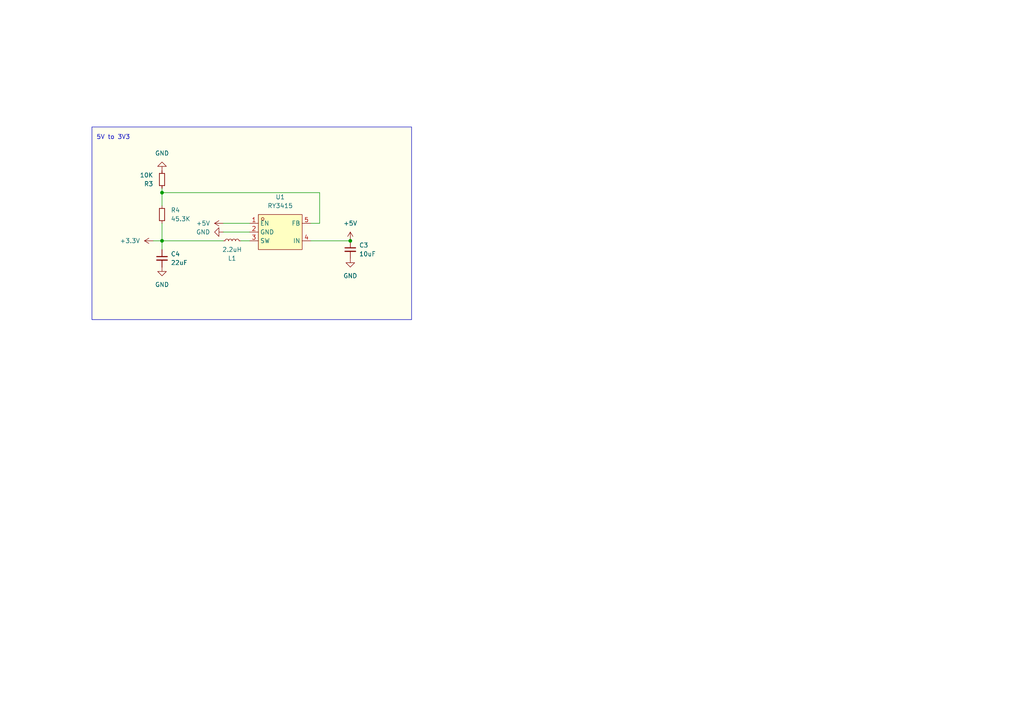
<source format=kicad_sch>
(kicad_sch (version 20230121) (generator eeschema)
  (paper "A4")
  (lib_symbols
    (symbol "Device:C_Small" (pin_numbers hide) (pin_names (offset 0.254) hide)
      (property "Reference" "C" (at 0.254 1.778 0))
      (property "Value" "C_Small" (at 0.254 -2.032 0))
      (symbol "C_Small_0_1"
        (polyline (pts (xy -1.524 -0.508) (xy 1.524 -0.508)) (stroke (width 0.3302)))
        (polyline (pts (xy -1.524 0.508) (xy 1.524 0.508)) (stroke (width 0.3048)))
      )
      (symbol "C_Small_1_1"
        (pin passive line (at 0 2.54 270) (length 2.032) (name "~") (number "1"))
        (pin passive line (at 0 -2.54 90) (length 2.032) (name "~") (number "2"))
      )
    )
    (symbol "Device:L_Small" (pin_numbers hide) (pin_names (offset 0.254) hide)
      (property "Reference" "L" (at 0.762 1.016 0))
      (property "Value" "L_Small" (at 0.762 -1.016 0))
      (symbol "L_Small_0_1"
        (arc (start 0 -2.032) (mid 0.5058 -1.524) (end 0 -1.016))
        (arc (start 0 -1.016) (mid 0.5058 -0.508) (end 0 0))
        (arc (start 0 0) (mid 0.5058 0.508) (end 0 1.016))
        (arc (start 0 1.016) (mid 0.5058 1.524) (end 0 2.032))
      )
      (symbol "L_Small_1_1"
        (pin passive line (at 0 2.54 270) (length 0.508) (name "~") (number "1"))
        (pin passive line (at 0 -2.54 90) (length 0.508) (name "~") (number "2"))
      )
    )
    (symbol "Device:R_Small" (pin_numbers hide) (pin_names (offset 0.254) hide)
      (property "Reference" "R" (at 0.762 0.508 0))
      (property "Value" "R_Small" (at 0.762 -1.016 0))
      (symbol "R_Small_0_1"
        (rectangle (start -0.762 1.778) (end 0.762 -1.778) (stroke (width 0.2032)))
      )
      (symbol "R_Small_1_1"
        (pin passive line (at 0 2.54 270) (length 0.762) (name "~") (number "1"))
        (pin passive line (at 0 -2.54 90) (length 0.762) (name "~") (number "2"))
      )
    )
    (symbol "lcsc:RY3415"
      (property "Reference" "U" (at 0 7.62 0))
      (property "Value" "RY3415" (at 0 -7.62 0))
      (symbol "RY3415_0_1"
        (rectangle (start -6.35 5.08) (end 6.35 -5.08) (fill (type background)))
        (circle (center -5.08 3.81) (radius 0.38))
        (pin unspecified line (at -8.89 2.54 0) (length 2.54) (name "EN") (number "1"))
        (pin unspecified line (at -8.89 0 0) (length 2.54) (name "GND") (number "2"))
        (pin unspecified line (at -8.89 -2.54 0) (length 2.54) (name "SW") (number "3"))
        (pin unspecified line (at 8.89 -2.54 180) (length 2.54) (name "IN") (number "4"))
        (pin unspecified line (at 8.89 2.54 180) (length 2.54) (name "FB") (number "5"))
      )
    )
    (symbol "power:+3.3V" (power) (pin_names (offset 0))
      (property "Value" "+3.3V" (at 0 3.556 0))
      (symbol "+3.3V_0_1"
        (polyline (pts (xy -0.762 1.27) (xy 0 2.54)))
        (polyline (pts (xy 0 0) (xy 0 2.54)))
        (polyline (pts (xy 0 2.54) (xy 0.762 1.27)))
      )
      (symbol "+3.3V_1_1"
        (pin power_in line (at 0 0 90) (length 0) hide (name "+3.3V") (number "1"))
      )
    )
    (symbol "power:+5V" (power) (pin_names (offset 0))
      (property "Value" "+5V" (at 0 3.556 0))
      (symbol "+5V_0_1"
        (polyline (pts (xy -0.762 1.27) (xy 0 2.54)))
        (polyline (pts (xy 0 0) (xy 0 2.54)))
        (polyline (pts (xy 0 2.54) (xy 0.762 1.27)))
      )
      (symbol "+5V_1_1"
        (pin power_in line (at 0 0 90) (length 0) hide (name "+5V") (number "1"))
      )
    )
    (symbol "power:GND" (power) (pin_names (offset 0))
      (property "Value" "GND" (at 0 -3.81 0))
      (symbol "GND_0_1"
        (polyline (pts (xy 0 0) (xy 0 -1.27) (xy 1.27 -1.27) (xy 0 -2.54) (xy -1.27 -1.27) (xy 0 -1.27)))
      )
      (symbol "GND_1_1"
        (pin power_in line (at 0 0 270) (length 0) hide (name "GND") (number "1"))
      )
    )
  )
  (junction (at 101.6 69.85))
  (junction (at 46.99 69.85))
  (junction (at 46.99 55.88))
  (wire (pts (xy 92.71 64.77) (xy 92.71 55.88)))
  (wire (pts (xy 90.17 69.85) (xy 101.6 69.85)))
  (wire (pts (xy 64.77 67.31) (xy 72.39 67.31)))
  (wire (pts (xy 46.99 54.61) (xy 46.99 55.88)))
  (wire (pts (xy 64.77 64.77) (xy 72.39 64.77)))
  (wire (pts (xy 46.99 69.85) (xy 46.99 64.77)))
  (wire (pts (xy 46.99 55.88) (xy 92.71 55.88)))
  (wire (pts (xy 46.99 72.39) (xy 46.99 69.85)))
  (wire (pts (xy 46.99 55.88) (xy 46.99 59.69)))
  (wire (pts (xy 69.85 69.85) (xy 72.39 69.85)))
  (wire (pts (xy 46.99 69.85) (xy 64.77 69.85)))
  (wire (pts (xy 90.17 64.77) (xy 92.71 64.77)))
  (wire (pts (xy 44.45 69.85) (xy 46.99 69.85)))
  (rectangle (start 26.67 36.83) (end 119.38 92.71) (fill (type color) (color 255 255 194 0.3)))
  (text "5V to 3V3" (at 27.94 40.64 0) (effects (font (size 1.27 1.27)) (justify left bottom)))
  (symbol (lib_id "Device:R_Small") (at 46.99 52.07 180) (unit 1)
    (property "Reference" "R3" (at 44.45 53.34 0) (effects (justify left)))
    (property "Value" "10K" (at 44.45 50.8 0) (effects (justify left)))
  )
  (symbol (lib_id "Device:C_Small") (at 101.6 72.39 0) (unit 1)
    (property "Reference" "C3" (at 104.14 71.1263 0) (effects (justify left)))
    (property "Value" "10uF" (at 104.14 73.6663 0) (effects (justify left)))
  )
  (symbol (lib_id "power:GND") (at 46.99 49.53 180) (unit 1)
    (property "Reference" "#PWR010" (effects hide))
    (property "Value" "GND" (at 46.99 44.45 0))
  )
  (symbol (lib_id "Device:R_Small") (at 46.99 62.23 0) (unit 1)
    (property "Reference" "R4" (at 49.53 60.96 0) (effects (justify left)))
    (property "Value" "45.3K" (at 49.53 63.5 0) (effects (justify left)))
  )
  (symbol (lib_id "power:GND") (at 101.6 74.93 0) (unit 1)
    (property "Reference" "#PWR06" (effects hide))
    (property "Value" "GND" (at 101.6 80.01 0))
  )
  (symbol (lib_id "power:GND") (at 64.77 67.31 270) (unit 1)
    (property "Reference" "#PWR09" (effects hide))
    (property "Value" "GND" (at 60.96 67.31 90) (effects (justify right)))
  )
  (symbol (lib_id "lcsc:RY3415") (at 81.28 67.31 0) (unit 1)
    (property "Reference" "U1" (at 81.28 57.15 0))
    (property "Value" "RY3415" (at 81.28 59.69 0))
    (property "Footprint" "lcsc:SOT-23-5_L3.0-W1.7-P0.95-LS2.8-BL" (effects hide))
    (property "Datasheet" "https://lcsc.com/product-detail/_RYCHIP-Semiconductor-Inc-RY3415_C370753.html" (effects hide))
    (property "LCSC Part" "C370753" (effects hide))
  )
  (symbol (lib_id "power:+3.3V") (at 44.45 69.85 90) (unit 1)
    (property "Reference" "#PWR012" (effects hide))
    (property "Value" "+3.3V" (at 40.64 69.85 90) (effects (justify left)))
  )
  (symbol (lib_id "Device:L_Small") (at 67.31 69.85 90) (unit 1)
    (property "Reference" "L1" (at 67.31 74.93 90))
    (property "Value" "2.2uH" (at 67.31 72.39 90))
  )
  (symbol (lib_id "power:+5V") (at 101.6 69.85 0) (unit 1)
    (property "Reference" "#PWR07" (effects hide))
    (property "Value" "+5V" (at 101.6 64.77 0))
  )
  (symbol (lib_id "Device:C_Small") (at 46.99 74.93 0) (unit 1)
    (property "Reference" "C4" (at 49.53 73.6663 0) (effects (justify left)))
    (property "Value" "22uF" (at 49.53 76.2063 0) (effects (justify left)))
  )
  (symbol (lib_id "power:+5V") (at 64.77 64.77 90) (unit 1)
    (property "Reference" "#PWR08" (effects hide))
    (property "Value" "+5V" (at 60.96 64.77 90) (effects (justify left)))
  )
  (symbol (lib_id "power:GND") (at 46.99 77.47 0) (unit 1)
    (property "Reference" "#PWR011" (effects hide))
    (property "Value" "GND" (at 46.99 82.55 0))
  )
)
</source>
